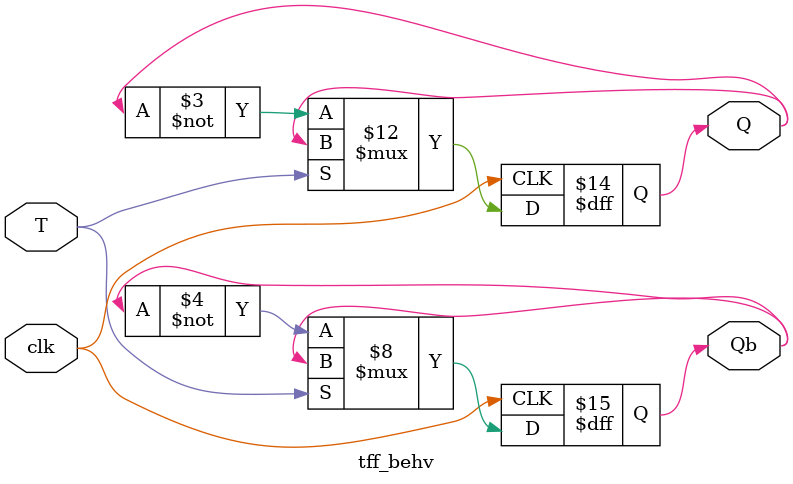
<source format=v>
module tff_behv(T,Q,Qb,clk);
  input T,clk;
  output reg Q,Qb;
  always@(negedge clk)
  begin
    if(T==0) begin Q<=~Q;Qb<=~Qb;end
    else if(T==1) begin Q<=Q;Qb<=Qb;end
  end
endmodule


</source>
